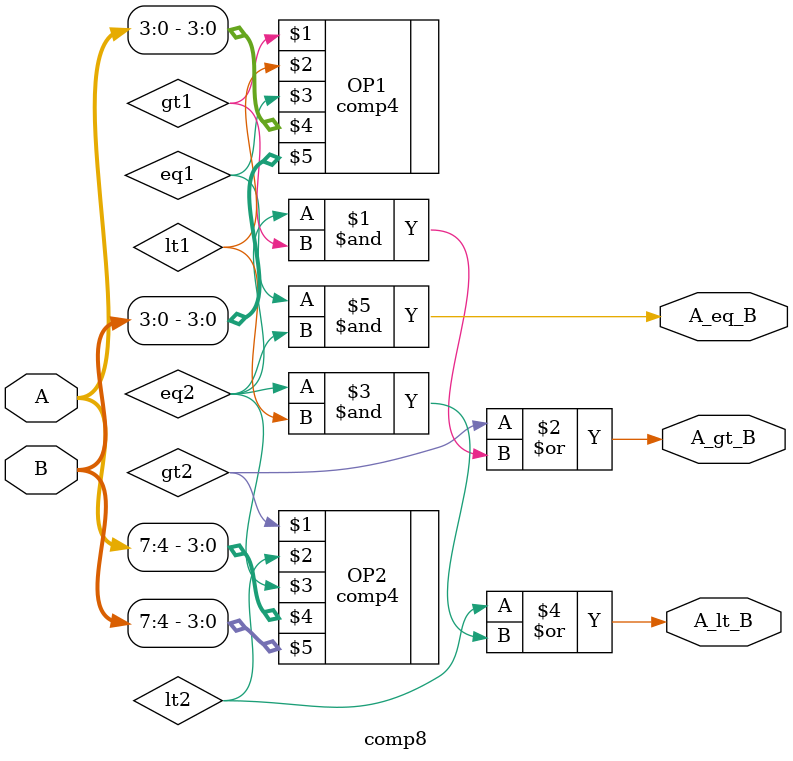
<source format=v>
module comp8(
    output A_eq_B, A_gt_B, A_lt_B, 
  	input [7:0] A, B);
    
    wire gt1, gt2, lt1, lt2, eq1, eq2;
    
    comp4 OP2(gt2, lt2, eq2, A[7:4], B[7:4]);
    comp4 OP1(gt1, lt1, eq1, A[3:0], B[3:0]);
    
    assign A_gt_B = (gt2)|(eq2 & gt1);
    assign A_lt_B = (lt2)|(eq2 & lt1);
    assign A_eq_B = eq1 & eq2; 
endmodule
</source>
